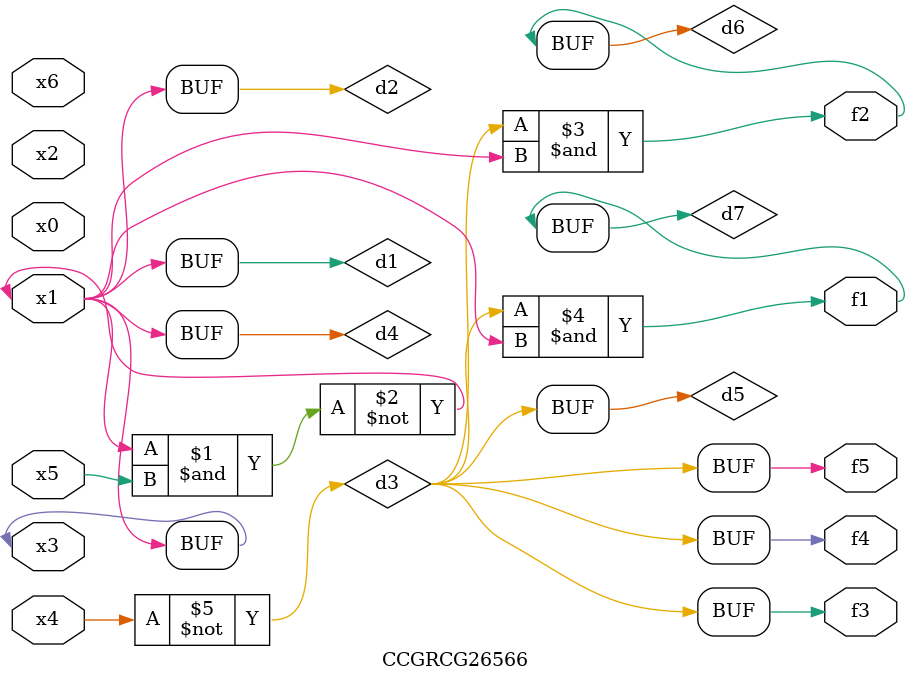
<source format=v>
module CCGRCG26566(
	input x0, x1, x2, x3, x4, x5, x6,
	output f1, f2, f3, f4, f5
);

	wire d1, d2, d3, d4, d5, d6, d7;

	buf (d1, x1, x3);
	nand (d2, x1, x5);
	not (d3, x4);
	buf (d4, d1, d2);
	buf (d5, d3);
	and (d6, d3, d4);
	and (d7, d3, d4);
	assign f1 = d7;
	assign f2 = d6;
	assign f3 = d5;
	assign f4 = d5;
	assign f5 = d5;
endmodule

</source>
